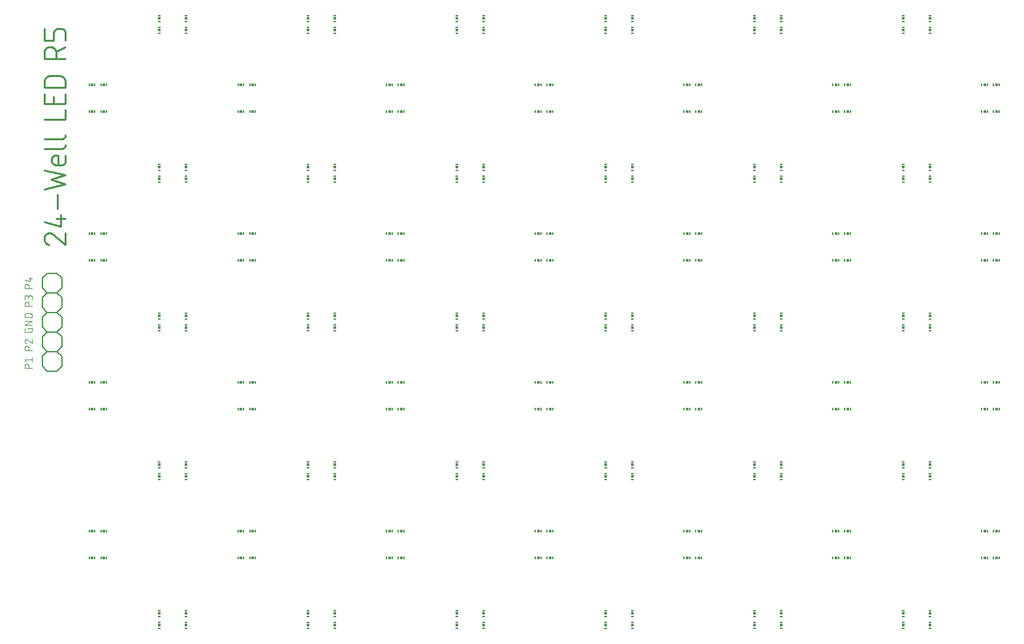
<source format=gto>
G75*
%MOIN*%
%OFA0B0*%
%FSLAX25Y25*%
%IPPOS*%
%LPD*%
%AMOC8*
5,1,8,0,0,1.08239X$1,22.5*
%
%ADD10C,0.00300*%
%ADD11C,0.00900*%
%ADD12R,0.00591X0.01181*%
%ADD13R,0.01181X0.01181*%
%ADD14R,0.01181X0.00591*%
%ADD15C,0.00600*%
D10*
X0005906Y0148093D02*
X0005906Y0149121D01*
X0005908Y0149184D01*
X0005914Y0149247D01*
X0005924Y0149310D01*
X0005937Y0149372D01*
X0005954Y0149433D01*
X0005975Y0149492D01*
X0006000Y0149551D01*
X0006028Y0149607D01*
X0006060Y0149662D01*
X0006095Y0149715D01*
X0006133Y0149765D01*
X0006174Y0149814D01*
X0006218Y0149859D01*
X0006265Y0149902D01*
X0006314Y0149941D01*
X0006366Y0149978D01*
X0006420Y0150011D01*
X0006476Y0150041D01*
X0006533Y0150068D01*
X0006592Y0150091D01*
X0006653Y0150110D01*
X0006714Y0150125D01*
X0006776Y0150137D01*
X0006839Y0150145D01*
X0006902Y0150149D01*
X0006966Y0150149D01*
X0007029Y0150145D01*
X0007092Y0150137D01*
X0007154Y0150125D01*
X0007215Y0150110D01*
X0007276Y0150091D01*
X0007335Y0150068D01*
X0007392Y0150041D01*
X0007448Y0150011D01*
X0007502Y0149978D01*
X0007554Y0149941D01*
X0007603Y0149902D01*
X0007650Y0149859D01*
X0007694Y0149814D01*
X0007735Y0149765D01*
X0007773Y0149715D01*
X0007808Y0149662D01*
X0007840Y0149607D01*
X0007868Y0149551D01*
X0007893Y0149492D01*
X0007914Y0149433D01*
X0007931Y0149372D01*
X0007944Y0149310D01*
X0007954Y0149247D01*
X0007960Y0149184D01*
X0007962Y0149121D01*
X0007961Y0149121D02*
X0007961Y0148093D01*
X0009606Y0148093D02*
X0005906Y0148093D01*
X0006728Y0151521D02*
X0005906Y0152549D01*
X0009606Y0152549D01*
X0009606Y0151521D02*
X0009606Y0153577D01*
X0009606Y0157213D02*
X0005906Y0157213D01*
X0005906Y0158241D01*
X0005908Y0158304D01*
X0005914Y0158367D01*
X0005924Y0158430D01*
X0005937Y0158492D01*
X0005954Y0158553D01*
X0005975Y0158612D01*
X0006000Y0158671D01*
X0006028Y0158727D01*
X0006060Y0158782D01*
X0006095Y0158835D01*
X0006133Y0158885D01*
X0006174Y0158934D01*
X0006218Y0158979D01*
X0006265Y0159022D01*
X0006314Y0159061D01*
X0006366Y0159098D01*
X0006420Y0159131D01*
X0006476Y0159161D01*
X0006533Y0159188D01*
X0006592Y0159211D01*
X0006653Y0159230D01*
X0006714Y0159245D01*
X0006776Y0159257D01*
X0006839Y0159265D01*
X0006902Y0159269D01*
X0006966Y0159269D01*
X0007029Y0159265D01*
X0007092Y0159257D01*
X0007154Y0159245D01*
X0007215Y0159230D01*
X0007276Y0159211D01*
X0007335Y0159188D01*
X0007392Y0159161D01*
X0007448Y0159131D01*
X0007502Y0159098D01*
X0007554Y0159061D01*
X0007603Y0159022D01*
X0007650Y0158979D01*
X0007694Y0158934D01*
X0007735Y0158885D01*
X0007773Y0158835D01*
X0007808Y0158782D01*
X0007840Y0158727D01*
X0007868Y0158671D01*
X0007893Y0158612D01*
X0007914Y0158553D01*
X0007931Y0158492D01*
X0007944Y0158430D01*
X0007954Y0158367D01*
X0007960Y0158304D01*
X0007962Y0158241D01*
X0007961Y0158241D02*
X0007961Y0157213D01*
X0009606Y0160641D02*
X0009606Y0162697D01*
X0009606Y0160641D02*
X0007550Y0162389D01*
X0005906Y0161772D02*
X0005908Y0161704D01*
X0005914Y0161636D01*
X0005923Y0161569D01*
X0005937Y0161503D01*
X0005954Y0161437D01*
X0005975Y0161372D01*
X0006000Y0161309D01*
X0006028Y0161247D01*
X0006060Y0161187D01*
X0006095Y0161129D01*
X0006133Y0161073D01*
X0006175Y0161019D01*
X0006219Y0160968D01*
X0006267Y0160920D01*
X0006317Y0160874D01*
X0006369Y0160831D01*
X0006424Y0160791D01*
X0006481Y0160754D01*
X0006540Y0160721D01*
X0006601Y0160691D01*
X0006664Y0160665D01*
X0006728Y0160642D01*
X0007551Y0162389D02*
X0007507Y0162432D01*
X0007460Y0162473D01*
X0007411Y0162510D01*
X0007360Y0162545D01*
X0007306Y0162576D01*
X0007251Y0162604D01*
X0007194Y0162628D01*
X0007136Y0162649D01*
X0007076Y0162666D01*
X0007016Y0162680D01*
X0006955Y0162689D01*
X0006893Y0162695D01*
X0006831Y0162697D01*
X0006773Y0162695D01*
X0006715Y0162690D01*
X0006658Y0162681D01*
X0006601Y0162668D01*
X0006545Y0162652D01*
X0006490Y0162632D01*
X0006437Y0162609D01*
X0006385Y0162583D01*
X0006335Y0162553D01*
X0006287Y0162520D01*
X0006241Y0162485D01*
X0006198Y0162446D01*
X0006157Y0162405D01*
X0006118Y0162362D01*
X0006083Y0162316D01*
X0006050Y0162268D01*
X0006020Y0162218D01*
X0005994Y0162166D01*
X0005971Y0162113D01*
X0005951Y0162058D01*
X0005935Y0162002D01*
X0005922Y0161945D01*
X0005913Y0161888D01*
X0005908Y0161830D01*
X0005906Y0161772D01*
X0006728Y0166281D02*
X0008784Y0166281D01*
X0008784Y0166282D02*
X0008840Y0166284D01*
X0008896Y0166290D01*
X0008951Y0166299D01*
X0009006Y0166312D01*
X0009059Y0166329D01*
X0009111Y0166350D01*
X0009162Y0166374D01*
X0009211Y0166402D01*
X0009258Y0166432D01*
X0009303Y0166466D01*
X0009345Y0166503D01*
X0009385Y0166543D01*
X0009422Y0166585D01*
X0009456Y0166630D01*
X0009486Y0166677D01*
X0009514Y0166726D01*
X0009538Y0166777D01*
X0009559Y0166829D01*
X0009576Y0166882D01*
X0009589Y0166937D01*
X0009598Y0166992D01*
X0009604Y0167048D01*
X0009606Y0167104D01*
X0009606Y0168337D01*
X0007550Y0168337D01*
X0007550Y0167720D01*
X0006728Y0166282D02*
X0006672Y0166284D01*
X0006616Y0166290D01*
X0006561Y0166299D01*
X0006506Y0166312D01*
X0006453Y0166329D01*
X0006401Y0166350D01*
X0006350Y0166374D01*
X0006301Y0166402D01*
X0006254Y0166432D01*
X0006209Y0166466D01*
X0006167Y0166503D01*
X0006127Y0166543D01*
X0006090Y0166585D01*
X0006056Y0166630D01*
X0006026Y0166677D01*
X0005998Y0166726D01*
X0005974Y0166776D01*
X0005953Y0166829D01*
X0005936Y0166882D01*
X0005923Y0166937D01*
X0005914Y0166992D01*
X0005908Y0167048D01*
X0005906Y0167104D01*
X0005906Y0168337D01*
X0005906Y0170121D02*
X0009606Y0172177D01*
X0005906Y0172177D01*
X0005906Y0173961D02*
X0005906Y0174989D01*
X0005908Y0175051D01*
X0005913Y0175113D01*
X0005923Y0175174D01*
X0005936Y0175235D01*
X0005953Y0175295D01*
X0005973Y0175354D01*
X0005997Y0175411D01*
X0006024Y0175467D01*
X0006054Y0175521D01*
X0006088Y0175573D01*
X0006125Y0175623D01*
X0006165Y0175671D01*
X0006207Y0175716D01*
X0006252Y0175758D01*
X0006300Y0175798D01*
X0006350Y0175835D01*
X0006402Y0175869D01*
X0006456Y0175899D01*
X0006512Y0175926D01*
X0006569Y0175950D01*
X0006628Y0175970D01*
X0006688Y0175987D01*
X0006749Y0176000D01*
X0006810Y0176010D01*
X0006872Y0176015D01*
X0006934Y0176017D01*
X0008578Y0176017D01*
X0008640Y0176015D01*
X0008702Y0176010D01*
X0008763Y0176000D01*
X0008824Y0175987D01*
X0008884Y0175970D01*
X0008943Y0175950D01*
X0009000Y0175926D01*
X0009056Y0175899D01*
X0009110Y0175869D01*
X0009162Y0175835D01*
X0009212Y0175798D01*
X0009260Y0175758D01*
X0009305Y0175716D01*
X0009347Y0175671D01*
X0009387Y0175623D01*
X0009424Y0175573D01*
X0009458Y0175521D01*
X0009488Y0175467D01*
X0009515Y0175411D01*
X0009539Y0175354D01*
X0009559Y0175295D01*
X0009576Y0175235D01*
X0009589Y0175174D01*
X0009599Y0175113D01*
X0009604Y0175051D01*
X0009606Y0174989D01*
X0009606Y0173961D01*
X0005906Y0173961D01*
X0005906Y0170121D02*
X0009606Y0170121D01*
X0009606Y0179773D02*
X0005906Y0179773D01*
X0005906Y0180801D01*
X0005908Y0180864D01*
X0005914Y0180927D01*
X0005924Y0180990D01*
X0005937Y0181052D01*
X0005954Y0181113D01*
X0005975Y0181172D01*
X0006000Y0181231D01*
X0006028Y0181287D01*
X0006060Y0181342D01*
X0006095Y0181395D01*
X0006133Y0181445D01*
X0006174Y0181494D01*
X0006218Y0181539D01*
X0006265Y0181582D01*
X0006314Y0181621D01*
X0006366Y0181658D01*
X0006420Y0181691D01*
X0006476Y0181721D01*
X0006533Y0181748D01*
X0006592Y0181771D01*
X0006653Y0181790D01*
X0006714Y0181805D01*
X0006776Y0181817D01*
X0006839Y0181825D01*
X0006902Y0181829D01*
X0006966Y0181829D01*
X0007029Y0181825D01*
X0007092Y0181817D01*
X0007154Y0181805D01*
X0007215Y0181790D01*
X0007276Y0181771D01*
X0007335Y0181748D01*
X0007392Y0181721D01*
X0007448Y0181691D01*
X0007502Y0181658D01*
X0007554Y0181621D01*
X0007603Y0181582D01*
X0007650Y0181539D01*
X0007694Y0181494D01*
X0007735Y0181445D01*
X0007773Y0181395D01*
X0007808Y0181342D01*
X0007840Y0181287D01*
X0007868Y0181231D01*
X0007893Y0181172D01*
X0007914Y0181113D01*
X0007931Y0181052D01*
X0007944Y0180990D01*
X0007954Y0180927D01*
X0007960Y0180864D01*
X0007962Y0180801D01*
X0007961Y0180801D02*
X0007961Y0179773D01*
X0009606Y0183201D02*
X0009606Y0184229D01*
X0009604Y0184292D01*
X0009598Y0184355D01*
X0009588Y0184418D01*
X0009575Y0184480D01*
X0009558Y0184541D01*
X0009537Y0184600D01*
X0009512Y0184659D01*
X0009484Y0184715D01*
X0009452Y0184770D01*
X0009417Y0184823D01*
X0009379Y0184873D01*
X0009338Y0184922D01*
X0009294Y0184967D01*
X0009247Y0185010D01*
X0009198Y0185049D01*
X0009146Y0185086D01*
X0009092Y0185119D01*
X0009036Y0185149D01*
X0008979Y0185176D01*
X0008920Y0185199D01*
X0008859Y0185218D01*
X0008798Y0185233D01*
X0008736Y0185245D01*
X0008673Y0185253D01*
X0008610Y0185257D01*
X0008546Y0185257D01*
X0008483Y0185253D01*
X0008420Y0185245D01*
X0008358Y0185233D01*
X0008297Y0185218D01*
X0008236Y0185199D01*
X0008177Y0185176D01*
X0008120Y0185149D01*
X0008064Y0185119D01*
X0008010Y0185086D01*
X0007958Y0185049D01*
X0007909Y0185010D01*
X0007862Y0184967D01*
X0007818Y0184922D01*
X0007777Y0184873D01*
X0007739Y0184823D01*
X0007704Y0184770D01*
X0007672Y0184715D01*
X0007644Y0184659D01*
X0007619Y0184600D01*
X0007598Y0184541D01*
X0007581Y0184480D01*
X0007568Y0184418D01*
X0007558Y0184355D01*
X0007552Y0184292D01*
X0007550Y0184229D01*
X0007550Y0184435D02*
X0007550Y0183612D01*
X0007550Y0184435D02*
X0007548Y0184491D01*
X0007542Y0184547D01*
X0007533Y0184602D01*
X0007520Y0184657D01*
X0007503Y0184710D01*
X0007482Y0184762D01*
X0007458Y0184813D01*
X0007430Y0184862D01*
X0007400Y0184909D01*
X0007366Y0184954D01*
X0007329Y0184996D01*
X0007289Y0185036D01*
X0007247Y0185073D01*
X0007202Y0185107D01*
X0007155Y0185137D01*
X0007106Y0185165D01*
X0007055Y0185189D01*
X0007003Y0185210D01*
X0006950Y0185227D01*
X0006895Y0185240D01*
X0006840Y0185249D01*
X0006784Y0185255D01*
X0006728Y0185257D01*
X0006672Y0185255D01*
X0006616Y0185249D01*
X0006561Y0185240D01*
X0006506Y0185227D01*
X0006453Y0185210D01*
X0006401Y0185189D01*
X0006350Y0185165D01*
X0006301Y0185137D01*
X0006254Y0185107D01*
X0006209Y0185073D01*
X0006167Y0185036D01*
X0006127Y0184996D01*
X0006090Y0184954D01*
X0006056Y0184909D01*
X0006026Y0184862D01*
X0005998Y0184813D01*
X0005974Y0184762D01*
X0005953Y0184710D01*
X0005936Y0184657D01*
X0005923Y0184602D01*
X0005914Y0184547D01*
X0005908Y0184491D01*
X0005906Y0184435D01*
X0005906Y0183201D01*
X0005906Y0188893D02*
X0005906Y0189921D01*
X0005908Y0189984D01*
X0005914Y0190047D01*
X0005924Y0190110D01*
X0005937Y0190172D01*
X0005954Y0190233D01*
X0005975Y0190292D01*
X0006000Y0190351D01*
X0006028Y0190407D01*
X0006060Y0190462D01*
X0006095Y0190515D01*
X0006133Y0190565D01*
X0006174Y0190614D01*
X0006218Y0190659D01*
X0006265Y0190702D01*
X0006314Y0190741D01*
X0006366Y0190778D01*
X0006420Y0190811D01*
X0006476Y0190841D01*
X0006533Y0190868D01*
X0006592Y0190891D01*
X0006653Y0190910D01*
X0006714Y0190925D01*
X0006776Y0190937D01*
X0006839Y0190945D01*
X0006902Y0190949D01*
X0006966Y0190949D01*
X0007029Y0190945D01*
X0007092Y0190937D01*
X0007154Y0190925D01*
X0007215Y0190910D01*
X0007276Y0190891D01*
X0007335Y0190868D01*
X0007392Y0190841D01*
X0007448Y0190811D01*
X0007502Y0190778D01*
X0007554Y0190741D01*
X0007603Y0190702D01*
X0007650Y0190659D01*
X0007694Y0190614D01*
X0007735Y0190565D01*
X0007773Y0190515D01*
X0007808Y0190462D01*
X0007840Y0190407D01*
X0007868Y0190351D01*
X0007893Y0190292D01*
X0007914Y0190233D01*
X0007931Y0190172D01*
X0007944Y0190110D01*
X0007954Y0190047D01*
X0007960Y0189984D01*
X0007962Y0189921D01*
X0007961Y0189921D02*
X0007961Y0188893D01*
X0009606Y0188893D02*
X0005906Y0188893D01*
X0005906Y0193143D02*
X0008784Y0192321D01*
X0008784Y0194377D01*
X0009606Y0193760D02*
X0007961Y0193760D01*
D11*
X0026738Y0210967D02*
X0026738Y0217028D01*
X0024314Y0220268D02*
X0024314Y0226329D01*
X0021889Y0224511D02*
X0026738Y0224511D01*
X0024314Y0220268D02*
X0015827Y0222692D01*
X0020677Y0216119D02*
X0026738Y0210967D01*
X0018252Y0210966D02*
X0018143Y0211004D01*
X0018034Y0211045D01*
X0017927Y0211090D01*
X0017822Y0211138D01*
X0017718Y0211190D01*
X0017616Y0211245D01*
X0017516Y0211303D01*
X0017418Y0211365D01*
X0017322Y0211430D01*
X0017228Y0211498D01*
X0017136Y0211569D01*
X0017047Y0211643D01*
X0016960Y0211721D01*
X0016876Y0211800D01*
X0016795Y0211883D01*
X0016716Y0211968D01*
X0016641Y0212056D01*
X0016568Y0212146D01*
X0016498Y0212239D01*
X0016432Y0212334D01*
X0016368Y0212431D01*
X0016308Y0212530D01*
X0016251Y0212631D01*
X0016197Y0212734D01*
X0016147Y0212839D01*
X0016101Y0212945D01*
X0016058Y0213052D01*
X0016018Y0213161D01*
X0015982Y0213272D01*
X0015950Y0213383D01*
X0015922Y0213495D01*
X0015897Y0213609D01*
X0015876Y0213723D01*
X0015859Y0213837D01*
X0015845Y0213953D01*
X0015836Y0214068D01*
X0015830Y0214184D01*
X0015828Y0214300D01*
X0015827Y0214300D02*
X0015829Y0214402D01*
X0015835Y0214504D01*
X0015844Y0214605D01*
X0015857Y0214707D01*
X0015875Y0214807D01*
X0015895Y0214907D01*
X0015920Y0215006D01*
X0015948Y0215104D01*
X0015980Y0215201D01*
X0016016Y0215297D01*
X0016055Y0215391D01*
X0016097Y0215484D01*
X0016143Y0215575D01*
X0016192Y0215664D01*
X0016245Y0215751D01*
X0016301Y0215837D01*
X0016360Y0215920D01*
X0016422Y0216001D01*
X0016487Y0216079D01*
X0016555Y0216156D01*
X0016626Y0216229D01*
X0016699Y0216300D01*
X0016776Y0216368D01*
X0016854Y0216433D01*
X0016935Y0216495D01*
X0017018Y0216554D01*
X0017104Y0216610D01*
X0017191Y0216663D01*
X0017280Y0216712D01*
X0017371Y0216758D01*
X0017464Y0216800D01*
X0017558Y0216839D01*
X0017654Y0216875D01*
X0017751Y0216907D01*
X0017849Y0216935D01*
X0017948Y0216960D01*
X0018048Y0216980D01*
X0018148Y0216998D01*
X0018250Y0217011D01*
X0018351Y0217020D01*
X0018453Y0217026D01*
X0018555Y0217028D01*
X0018658Y0217026D01*
X0018761Y0217021D01*
X0018864Y0217012D01*
X0018966Y0216999D01*
X0019068Y0216983D01*
X0019169Y0216963D01*
X0019270Y0216939D01*
X0019369Y0216913D01*
X0019468Y0216882D01*
X0019565Y0216848D01*
X0019662Y0216811D01*
X0019756Y0216770D01*
X0019850Y0216726D01*
X0019941Y0216679D01*
X0020031Y0216629D01*
X0020120Y0216575D01*
X0020206Y0216519D01*
X0020290Y0216459D01*
X0020372Y0216397D01*
X0020452Y0216331D01*
X0020529Y0216263D01*
X0020604Y0216192D01*
X0020677Y0216119D01*
X0022495Y0229583D02*
X0022495Y0236857D01*
X0026738Y0241956D02*
X0019464Y0244381D01*
X0026738Y0246806D01*
X0015827Y0249231D01*
X0021889Y0251878D02*
X0024920Y0251878D01*
X0024920Y0251877D02*
X0025004Y0251879D01*
X0025088Y0251885D01*
X0025171Y0251894D01*
X0025254Y0251908D01*
X0025336Y0251925D01*
X0025418Y0251946D01*
X0025498Y0251971D01*
X0025577Y0252000D01*
X0025655Y0252032D01*
X0025731Y0252068D01*
X0025805Y0252107D01*
X0025878Y0252149D01*
X0025948Y0252195D01*
X0026016Y0252244D01*
X0026082Y0252297D01*
X0026145Y0252352D01*
X0026206Y0252410D01*
X0026264Y0252471D01*
X0026319Y0252534D01*
X0026372Y0252600D01*
X0026421Y0252668D01*
X0026467Y0252738D01*
X0026509Y0252811D01*
X0026548Y0252885D01*
X0026584Y0252961D01*
X0026616Y0253039D01*
X0026645Y0253118D01*
X0026670Y0253198D01*
X0026691Y0253280D01*
X0026708Y0253362D01*
X0026722Y0253445D01*
X0026731Y0253528D01*
X0026737Y0253612D01*
X0026739Y0253696D01*
X0026738Y0253696D02*
X0026738Y0256727D01*
X0023101Y0256727D02*
X0023101Y0251878D01*
X0021889Y0251877D02*
X0021791Y0251879D01*
X0021694Y0251885D01*
X0021597Y0251895D01*
X0021500Y0251908D01*
X0021404Y0251926D01*
X0021309Y0251947D01*
X0021214Y0251973D01*
X0021121Y0252002D01*
X0021029Y0252035D01*
X0020938Y0252071D01*
X0020849Y0252111D01*
X0020762Y0252155D01*
X0020676Y0252202D01*
X0020593Y0252252D01*
X0020511Y0252306D01*
X0020432Y0252363D01*
X0020355Y0252424D01*
X0020281Y0252487D01*
X0020209Y0252553D01*
X0020140Y0252622D01*
X0020074Y0252694D01*
X0020011Y0252768D01*
X0019950Y0252845D01*
X0019893Y0252924D01*
X0019839Y0253006D01*
X0019789Y0253090D01*
X0019742Y0253175D01*
X0019698Y0253262D01*
X0019658Y0253351D01*
X0019622Y0253442D01*
X0019589Y0253534D01*
X0019560Y0253627D01*
X0019534Y0253722D01*
X0019513Y0253817D01*
X0019495Y0253913D01*
X0019482Y0254010D01*
X0019472Y0254107D01*
X0019466Y0254204D01*
X0019464Y0254302D01*
X0019466Y0254400D01*
X0019472Y0254497D01*
X0019482Y0254594D01*
X0019495Y0254691D01*
X0019513Y0254787D01*
X0019534Y0254882D01*
X0019560Y0254977D01*
X0019589Y0255070D01*
X0019622Y0255162D01*
X0019658Y0255253D01*
X0019698Y0255342D01*
X0019742Y0255429D01*
X0019789Y0255515D01*
X0019839Y0255598D01*
X0019893Y0255680D01*
X0019950Y0255759D01*
X0020011Y0255836D01*
X0020074Y0255910D01*
X0020140Y0255982D01*
X0020209Y0256051D01*
X0020281Y0256117D01*
X0020355Y0256180D01*
X0020432Y0256241D01*
X0020511Y0256298D01*
X0020593Y0256352D01*
X0020677Y0256402D01*
X0020762Y0256449D01*
X0020849Y0256493D01*
X0020938Y0256533D01*
X0021029Y0256569D01*
X0021121Y0256602D01*
X0021214Y0256631D01*
X0021309Y0256657D01*
X0021404Y0256678D01*
X0021500Y0256696D01*
X0021597Y0256709D01*
X0021694Y0256719D01*
X0021791Y0256725D01*
X0021889Y0256727D01*
X0023101Y0256727D01*
X0024920Y0260221D02*
X0015827Y0260221D01*
X0015827Y0265181D02*
X0024920Y0265181D01*
X0025004Y0265183D01*
X0025088Y0265189D01*
X0025171Y0265198D01*
X0025254Y0265212D01*
X0025336Y0265229D01*
X0025418Y0265250D01*
X0025498Y0265275D01*
X0025577Y0265304D01*
X0025655Y0265336D01*
X0025731Y0265372D01*
X0025805Y0265411D01*
X0025878Y0265453D01*
X0025948Y0265499D01*
X0026016Y0265548D01*
X0026082Y0265601D01*
X0026145Y0265656D01*
X0026206Y0265714D01*
X0026264Y0265775D01*
X0026319Y0265838D01*
X0026372Y0265904D01*
X0026421Y0265972D01*
X0026467Y0266042D01*
X0026509Y0266115D01*
X0026548Y0266189D01*
X0026584Y0266265D01*
X0026616Y0266343D01*
X0026645Y0266422D01*
X0026670Y0266502D01*
X0026691Y0266584D01*
X0026708Y0266666D01*
X0026722Y0266749D01*
X0026731Y0266832D01*
X0026737Y0266916D01*
X0026739Y0267000D01*
X0026739Y0262039D02*
X0026737Y0261955D01*
X0026731Y0261871D01*
X0026722Y0261788D01*
X0026708Y0261705D01*
X0026691Y0261623D01*
X0026670Y0261541D01*
X0026645Y0261461D01*
X0026616Y0261382D01*
X0026584Y0261304D01*
X0026548Y0261228D01*
X0026509Y0261154D01*
X0026467Y0261081D01*
X0026421Y0261011D01*
X0026372Y0260943D01*
X0026319Y0260877D01*
X0026264Y0260814D01*
X0026206Y0260753D01*
X0026145Y0260695D01*
X0026082Y0260640D01*
X0026016Y0260587D01*
X0025948Y0260538D01*
X0025878Y0260492D01*
X0025805Y0260450D01*
X0025731Y0260411D01*
X0025655Y0260375D01*
X0025577Y0260343D01*
X0025498Y0260314D01*
X0025418Y0260289D01*
X0025336Y0260268D01*
X0025254Y0260251D01*
X0025171Y0260237D01*
X0025088Y0260228D01*
X0025004Y0260222D01*
X0024920Y0260220D01*
X0026738Y0275149D02*
X0015827Y0275149D01*
X0015827Y0283210D02*
X0015827Y0288059D01*
X0015827Y0291266D02*
X0015827Y0294297D01*
X0015827Y0291266D02*
X0026738Y0291266D01*
X0026738Y0294297D01*
X0026736Y0294405D01*
X0026730Y0294513D01*
X0026721Y0294621D01*
X0026707Y0294728D01*
X0026690Y0294835D01*
X0026669Y0294941D01*
X0026644Y0295047D01*
X0026615Y0295151D01*
X0026583Y0295254D01*
X0026547Y0295356D01*
X0026507Y0295457D01*
X0026464Y0295556D01*
X0026417Y0295654D01*
X0026367Y0295750D01*
X0026314Y0295844D01*
X0026257Y0295936D01*
X0026197Y0296026D01*
X0026133Y0296113D01*
X0026067Y0296199D01*
X0025998Y0296282D01*
X0025925Y0296362D01*
X0025850Y0296440D01*
X0025772Y0296515D01*
X0025692Y0296588D01*
X0025609Y0296657D01*
X0025523Y0296723D01*
X0025436Y0296787D01*
X0025346Y0296847D01*
X0025254Y0296904D01*
X0025160Y0296957D01*
X0025064Y0297007D01*
X0024966Y0297054D01*
X0024867Y0297097D01*
X0024766Y0297137D01*
X0024664Y0297173D01*
X0024561Y0297205D01*
X0024457Y0297234D01*
X0024351Y0297259D01*
X0024245Y0297280D01*
X0024138Y0297297D01*
X0024031Y0297311D01*
X0023923Y0297320D01*
X0023815Y0297326D01*
X0023707Y0297328D01*
X0018858Y0297328D01*
X0018750Y0297326D01*
X0018642Y0297320D01*
X0018534Y0297311D01*
X0018427Y0297297D01*
X0018320Y0297280D01*
X0018214Y0297259D01*
X0018108Y0297234D01*
X0018004Y0297205D01*
X0017901Y0297173D01*
X0017799Y0297137D01*
X0017698Y0297097D01*
X0017599Y0297054D01*
X0017501Y0297007D01*
X0017405Y0296957D01*
X0017311Y0296904D01*
X0017219Y0296847D01*
X0017129Y0296787D01*
X0017042Y0296723D01*
X0016956Y0296657D01*
X0016873Y0296588D01*
X0016793Y0296515D01*
X0016715Y0296440D01*
X0016640Y0296362D01*
X0016567Y0296282D01*
X0016498Y0296199D01*
X0016432Y0296113D01*
X0016368Y0296026D01*
X0016308Y0295936D01*
X0016251Y0295844D01*
X0016198Y0295750D01*
X0016148Y0295654D01*
X0016101Y0295556D01*
X0016058Y0295457D01*
X0016018Y0295356D01*
X0015982Y0295254D01*
X0015950Y0295151D01*
X0015921Y0295047D01*
X0015896Y0294941D01*
X0015875Y0294835D01*
X0015858Y0294728D01*
X0015844Y0294621D01*
X0015835Y0294513D01*
X0015829Y0294405D01*
X0015827Y0294297D01*
X0020677Y0286847D02*
X0020677Y0283210D01*
X0015827Y0283210D02*
X0026738Y0283210D01*
X0026738Y0288059D01*
X0026738Y0279998D02*
X0026738Y0275149D01*
X0026738Y0306158D02*
X0015827Y0306158D01*
X0015827Y0309189D01*
X0015829Y0309298D01*
X0015835Y0309408D01*
X0015845Y0309517D01*
X0015859Y0309625D01*
X0015876Y0309733D01*
X0015898Y0309841D01*
X0015923Y0309947D01*
X0015953Y0310052D01*
X0015986Y0310157D01*
X0016022Y0310260D01*
X0016063Y0310362D01*
X0016107Y0310462D01*
X0016155Y0310560D01*
X0016206Y0310657D01*
X0016261Y0310752D01*
X0016319Y0310844D01*
X0016380Y0310935D01*
X0016445Y0311023D01*
X0016513Y0311109D01*
X0016584Y0311193D01*
X0016658Y0311273D01*
X0016734Y0311352D01*
X0016814Y0311427D01*
X0016896Y0311499D01*
X0016980Y0311568D01*
X0017068Y0311635D01*
X0017157Y0311698D01*
X0017249Y0311757D01*
X0017342Y0311814D01*
X0017438Y0311867D01*
X0017536Y0311916D01*
X0017635Y0311962D01*
X0017736Y0312005D01*
X0017838Y0312043D01*
X0017942Y0312078D01*
X0018047Y0312110D01*
X0018153Y0312137D01*
X0018260Y0312160D01*
X0018368Y0312180D01*
X0018476Y0312196D01*
X0018585Y0312208D01*
X0018694Y0312216D01*
X0018803Y0312220D01*
X0018913Y0312220D01*
X0019022Y0312216D01*
X0019131Y0312208D01*
X0019240Y0312196D01*
X0019348Y0312180D01*
X0019456Y0312160D01*
X0019563Y0312137D01*
X0019669Y0312110D01*
X0019774Y0312078D01*
X0019878Y0312043D01*
X0019980Y0312005D01*
X0020081Y0311962D01*
X0020180Y0311916D01*
X0020278Y0311867D01*
X0020374Y0311814D01*
X0020467Y0311757D01*
X0020559Y0311698D01*
X0020648Y0311635D01*
X0020736Y0311568D01*
X0020820Y0311499D01*
X0020902Y0311427D01*
X0020982Y0311352D01*
X0021058Y0311273D01*
X0021132Y0311193D01*
X0021203Y0311109D01*
X0021271Y0311023D01*
X0021336Y0310935D01*
X0021397Y0310844D01*
X0021455Y0310752D01*
X0021510Y0310657D01*
X0021561Y0310560D01*
X0021609Y0310462D01*
X0021653Y0310362D01*
X0021694Y0310260D01*
X0021730Y0310157D01*
X0021763Y0310052D01*
X0021793Y0309947D01*
X0021818Y0309841D01*
X0021840Y0309733D01*
X0021857Y0309625D01*
X0021871Y0309517D01*
X0021881Y0309408D01*
X0021887Y0309298D01*
X0021889Y0309189D01*
X0021889Y0306158D01*
X0021889Y0309795D02*
X0026738Y0312220D01*
X0026738Y0315449D02*
X0026738Y0319086D01*
X0026739Y0319086D02*
X0026737Y0319184D01*
X0026731Y0319281D01*
X0026721Y0319378D01*
X0026708Y0319475D01*
X0026690Y0319571D01*
X0026669Y0319666D01*
X0026643Y0319761D01*
X0026614Y0319854D01*
X0026581Y0319946D01*
X0026545Y0320037D01*
X0026505Y0320126D01*
X0026461Y0320213D01*
X0026414Y0320299D01*
X0026364Y0320382D01*
X0026310Y0320464D01*
X0026253Y0320543D01*
X0026192Y0320620D01*
X0026129Y0320694D01*
X0026063Y0320766D01*
X0025994Y0320835D01*
X0025922Y0320901D01*
X0025848Y0320964D01*
X0025771Y0321025D01*
X0025692Y0321082D01*
X0025610Y0321136D01*
X0025527Y0321186D01*
X0025441Y0321233D01*
X0025354Y0321277D01*
X0025265Y0321317D01*
X0025174Y0321353D01*
X0025082Y0321386D01*
X0024989Y0321415D01*
X0024894Y0321441D01*
X0024799Y0321462D01*
X0024703Y0321480D01*
X0024606Y0321493D01*
X0024509Y0321503D01*
X0024412Y0321509D01*
X0024314Y0321511D01*
X0023101Y0321511D01*
X0023003Y0321509D01*
X0022906Y0321503D01*
X0022809Y0321493D01*
X0022712Y0321480D01*
X0022616Y0321462D01*
X0022521Y0321441D01*
X0022426Y0321415D01*
X0022333Y0321386D01*
X0022241Y0321353D01*
X0022150Y0321317D01*
X0022061Y0321277D01*
X0021974Y0321233D01*
X0021889Y0321186D01*
X0021805Y0321136D01*
X0021723Y0321082D01*
X0021644Y0321025D01*
X0021567Y0320964D01*
X0021493Y0320901D01*
X0021421Y0320835D01*
X0021352Y0320766D01*
X0021286Y0320694D01*
X0021223Y0320620D01*
X0021162Y0320543D01*
X0021105Y0320464D01*
X0021051Y0320382D01*
X0021001Y0320299D01*
X0020954Y0320213D01*
X0020910Y0320126D01*
X0020870Y0320037D01*
X0020834Y0319946D01*
X0020801Y0319854D01*
X0020772Y0319761D01*
X0020746Y0319666D01*
X0020725Y0319571D01*
X0020707Y0319475D01*
X0020694Y0319378D01*
X0020684Y0319281D01*
X0020678Y0319184D01*
X0020676Y0319086D01*
X0020677Y0319086D02*
X0020677Y0315449D01*
X0015827Y0315449D01*
X0015827Y0321511D01*
X0026738Y0241956D02*
X0015827Y0239532D01*
D12*
X0038815Y0051046D03*
X0041768Y0051046D03*
X0044815Y0051046D03*
X0047768Y0051046D03*
X0047768Y0064865D03*
X0044815Y0064865D03*
X0041768Y0064865D03*
X0038815Y0064865D03*
X0114799Y0064865D03*
X0117752Y0064865D03*
X0120799Y0064865D03*
X0123752Y0064865D03*
X0123752Y0051046D03*
X0120799Y0051046D03*
X0117752Y0051046D03*
X0114799Y0051046D03*
X0190783Y0051046D03*
X0193736Y0051046D03*
X0196783Y0051046D03*
X0199736Y0051046D03*
X0199736Y0064865D03*
X0196783Y0064865D03*
X0193736Y0064865D03*
X0190783Y0064865D03*
X0266768Y0064865D03*
X0269720Y0064865D03*
X0272768Y0064865D03*
X0275720Y0064865D03*
X0275720Y0051046D03*
X0272768Y0051046D03*
X0269720Y0051046D03*
X0266768Y0051046D03*
X0342752Y0051046D03*
X0345705Y0051046D03*
X0348752Y0051046D03*
X0351705Y0051046D03*
X0351705Y0064865D03*
X0348752Y0064865D03*
X0345705Y0064865D03*
X0342752Y0064865D03*
X0418736Y0064865D03*
X0421689Y0064865D03*
X0424736Y0064865D03*
X0427689Y0064865D03*
X0427689Y0051046D03*
X0424736Y0051046D03*
X0421689Y0051046D03*
X0418736Y0051046D03*
X0494720Y0051046D03*
X0497673Y0051046D03*
X0500720Y0051046D03*
X0503673Y0051046D03*
X0503673Y0064865D03*
X0500720Y0064865D03*
X0497673Y0064865D03*
X0494720Y0064865D03*
X0494720Y0127031D03*
X0497673Y0127031D03*
X0500720Y0127031D03*
X0503673Y0127031D03*
X0503673Y0140850D03*
X0500720Y0140850D03*
X0497673Y0140850D03*
X0494720Y0140850D03*
X0427689Y0140850D03*
X0424736Y0140850D03*
X0421689Y0140850D03*
X0418736Y0140850D03*
X0418736Y0127031D03*
X0421689Y0127031D03*
X0424736Y0127031D03*
X0427689Y0127031D03*
X0351705Y0127031D03*
X0348752Y0127031D03*
X0345705Y0127031D03*
X0342752Y0127031D03*
X0342752Y0140850D03*
X0345705Y0140850D03*
X0348752Y0140850D03*
X0351705Y0140850D03*
X0275720Y0140850D03*
X0272768Y0140850D03*
X0269720Y0140850D03*
X0266768Y0140850D03*
X0266768Y0127031D03*
X0269720Y0127031D03*
X0272768Y0127031D03*
X0275720Y0127031D03*
X0199736Y0127031D03*
X0196783Y0127031D03*
X0193736Y0127031D03*
X0190783Y0127031D03*
X0190783Y0140850D03*
X0193736Y0140850D03*
X0196783Y0140850D03*
X0199736Y0140850D03*
X0123752Y0140850D03*
X0120799Y0140850D03*
X0117752Y0140850D03*
X0114799Y0140850D03*
X0114799Y0127031D03*
X0117752Y0127031D03*
X0120799Y0127031D03*
X0123752Y0127031D03*
X0047768Y0127031D03*
X0044815Y0127031D03*
X0041768Y0127031D03*
X0038815Y0127031D03*
X0038815Y0140850D03*
X0041768Y0140850D03*
X0044815Y0140850D03*
X0047768Y0140850D03*
X0047768Y0203015D03*
X0044815Y0203015D03*
X0041768Y0203015D03*
X0038815Y0203015D03*
X0038815Y0216834D03*
X0041768Y0216834D03*
X0044815Y0216834D03*
X0047768Y0216834D03*
X0114799Y0216834D03*
X0117752Y0216834D03*
X0120799Y0216834D03*
X0123752Y0216834D03*
X0123752Y0203015D03*
X0120799Y0203015D03*
X0117752Y0203015D03*
X0114799Y0203015D03*
X0190783Y0203015D03*
X0193736Y0203015D03*
X0196783Y0203015D03*
X0199736Y0203015D03*
X0199736Y0216834D03*
X0196783Y0216834D03*
X0193736Y0216834D03*
X0190783Y0216834D03*
X0266768Y0216834D03*
X0269720Y0216834D03*
X0272768Y0216834D03*
X0275720Y0216834D03*
X0275720Y0203015D03*
X0272768Y0203015D03*
X0269720Y0203015D03*
X0266768Y0203015D03*
X0342752Y0203015D03*
X0345705Y0203015D03*
X0348752Y0203015D03*
X0351705Y0203015D03*
X0351705Y0216834D03*
X0348752Y0216834D03*
X0345705Y0216834D03*
X0342752Y0216834D03*
X0418736Y0216834D03*
X0421689Y0216834D03*
X0424736Y0216834D03*
X0427689Y0216834D03*
X0427689Y0203015D03*
X0424736Y0203015D03*
X0421689Y0203015D03*
X0418736Y0203015D03*
X0494720Y0203015D03*
X0497673Y0203015D03*
X0500720Y0203015D03*
X0503673Y0203015D03*
X0503673Y0216834D03*
X0500720Y0216834D03*
X0497673Y0216834D03*
X0494720Y0216834D03*
X0494720Y0278999D03*
X0497673Y0278999D03*
X0500720Y0278999D03*
X0503673Y0278999D03*
X0503673Y0292818D03*
X0500720Y0292818D03*
X0497673Y0292818D03*
X0494720Y0292818D03*
X0427689Y0292818D03*
X0424736Y0292818D03*
X0421689Y0292818D03*
X0418736Y0292818D03*
X0418736Y0278999D03*
X0421689Y0278999D03*
X0424736Y0278999D03*
X0427689Y0278999D03*
X0351705Y0278999D03*
X0348752Y0278999D03*
X0345705Y0278999D03*
X0342752Y0278999D03*
X0342752Y0292818D03*
X0345705Y0292818D03*
X0348752Y0292818D03*
X0351705Y0292818D03*
X0275720Y0292818D03*
X0272768Y0292818D03*
X0269720Y0292818D03*
X0266768Y0292818D03*
X0266768Y0278999D03*
X0269720Y0278999D03*
X0272768Y0278999D03*
X0275720Y0278999D03*
X0199736Y0278999D03*
X0196783Y0278999D03*
X0193736Y0278999D03*
X0190783Y0278999D03*
X0190783Y0292818D03*
X0193736Y0292818D03*
X0196783Y0292818D03*
X0199736Y0292818D03*
X0123752Y0292818D03*
X0120799Y0292818D03*
X0117752Y0292818D03*
X0114799Y0292818D03*
X0114799Y0278999D03*
X0117752Y0278999D03*
X0120799Y0278999D03*
X0123752Y0278999D03*
X0047768Y0278999D03*
X0044815Y0278999D03*
X0041768Y0278999D03*
X0038815Y0278999D03*
X0038815Y0292818D03*
X0041768Y0292818D03*
X0044815Y0292818D03*
X0047768Y0292818D03*
D13*
X0046291Y0292818D03*
X0040291Y0292818D03*
X0040291Y0278999D03*
X0046291Y0278999D03*
X0074630Y0250653D03*
X0074630Y0244653D03*
X0088449Y0244653D03*
X0088449Y0250653D03*
X0116276Y0278999D03*
X0122276Y0278999D03*
X0122276Y0292818D03*
X0116276Y0292818D03*
X0088449Y0320637D03*
X0088449Y0326637D03*
X0074630Y0326637D03*
X0074630Y0320637D03*
X0150614Y0320637D03*
X0150614Y0326637D03*
X0164433Y0326637D03*
X0164433Y0320637D03*
X0192260Y0292818D03*
X0198260Y0292818D03*
X0198260Y0278999D03*
X0192260Y0278999D03*
X0164433Y0250653D03*
X0164433Y0244653D03*
X0150614Y0244653D03*
X0150614Y0250653D03*
X0122276Y0216834D03*
X0116276Y0216834D03*
X0116276Y0203015D03*
X0122276Y0203015D03*
X0150614Y0174669D03*
X0150614Y0168669D03*
X0164433Y0168669D03*
X0164433Y0174669D03*
X0192260Y0203015D03*
X0198260Y0203015D03*
X0198260Y0216834D03*
X0192260Y0216834D03*
X0226598Y0244653D03*
X0226598Y0250653D03*
X0240417Y0250653D03*
X0240417Y0244653D03*
X0268244Y0216834D03*
X0274244Y0216834D03*
X0274244Y0203015D03*
X0268244Y0203015D03*
X0240417Y0174669D03*
X0240417Y0168669D03*
X0226598Y0168669D03*
X0226598Y0174669D03*
X0198260Y0140850D03*
X0192260Y0140850D03*
X0192260Y0127031D03*
X0198260Y0127031D03*
X0226598Y0098684D03*
X0226598Y0092684D03*
X0240417Y0092684D03*
X0240417Y0098684D03*
X0268244Y0127031D03*
X0274244Y0127031D03*
X0274244Y0140850D03*
X0268244Y0140850D03*
X0302583Y0168669D03*
X0302583Y0174669D03*
X0316402Y0174669D03*
X0316402Y0168669D03*
X0344228Y0140850D03*
X0350228Y0140850D03*
X0350228Y0127031D03*
X0344228Y0127031D03*
X0316402Y0098684D03*
X0316402Y0092684D03*
X0302583Y0092684D03*
X0302583Y0098684D03*
X0274244Y0064865D03*
X0268244Y0064865D03*
X0268244Y0051046D03*
X0274244Y0051046D03*
X0302583Y0022700D03*
X0302583Y0016700D03*
X0316402Y0016700D03*
X0316402Y0022700D03*
X0344228Y0051046D03*
X0350228Y0051046D03*
X0350228Y0064865D03*
X0344228Y0064865D03*
X0378567Y0092684D03*
X0378567Y0098684D03*
X0392386Y0098684D03*
X0392386Y0092684D03*
X0420213Y0064865D03*
X0426213Y0064865D03*
X0426213Y0051046D03*
X0420213Y0051046D03*
X0392386Y0022700D03*
X0392386Y0016700D03*
X0378567Y0016700D03*
X0378567Y0022700D03*
X0454551Y0022700D03*
X0454551Y0016700D03*
X0468370Y0016700D03*
X0468370Y0022700D03*
X0496197Y0051046D03*
X0502197Y0051046D03*
X0502197Y0064865D03*
X0496197Y0064865D03*
X0468370Y0092684D03*
X0468370Y0098684D03*
X0454551Y0098684D03*
X0454551Y0092684D03*
X0426213Y0127031D03*
X0420213Y0127031D03*
X0420213Y0140850D03*
X0426213Y0140850D03*
X0454551Y0168669D03*
X0454551Y0174669D03*
X0468370Y0174669D03*
X0468370Y0168669D03*
X0496197Y0140850D03*
X0502197Y0140850D03*
X0502197Y0127031D03*
X0496197Y0127031D03*
X0392386Y0168669D03*
X0392386Y0174669D03*
X0378567Y0174669D03*
X0378567Y0168669D03*
X0350228Y0203015D03*
X0344228Y0203015D03*
X0344228Y0216834D03*
X0350228Y0216834D03*
X0378567Y0244653D03*
X0378567Y0250653D03*
X0392386Y0250653D03*
X0392386Y0244653D03*
X0420213Y0216834D03*
X0426213Y0216834D03*
X0426213Y0203015D03*
X0420213Y0203015D03*
X0454551Y0244653D03*
X0454551Y0250653D03*
X0468370Y0250653D03*
X0468370Y0244653D03*
X0496197Y0216834D03*
X0502197Y0216834D03*
X0502197Y0203015D03*
X0496197Y0203015D03*
X0496197Y0278999D03*
X0502197Y0278999D03*
X0502197Y0292818D03*
X0496197Y0292818D03*
X0468370Y0320637D03*
X0468370Y0326637D03*
X0454551Y0326637D03*
X0454551Y0320637D03*
X0426213Y0292818D03*
X0420213Y0292818D03*
X0420213Y0278999D03*
X0426213Y0278999D03*
X0392386Y0320637D03*
X0392386Y0326637D03*
X0378567Y0326637D03*
X0378567Y0320637D03*
X0350228Y0292818D03*
X0344228Y0292818D03*
X0344228Y0278999D03*
X0350228Y0278999D03*
X0316402Y0250653D03*
X0316402Y0244653D03*
X0302583Y0244653D03*
X0302583Y0250653D03*
X0274244Y0278999D03*
X0268244Y0278999D03*
X0268244Y0292818D03*
X0274244Y0292818D03*
X0302583Y0320637D03*
X0302583Y0326637D03*
X0316402Y0326637D03*
X0316402Y0320637D03*
X0240417Y0320637D03*
X0240417Y0326637D03*
X0226598Y0326637D03*
X0226598Y0320637D03*
X0046291Y0216834D03*
X0040291Y0216834D03*
X0040291Y0203015D03*
X0046291Y0203015D03*
X0074630Y0174669D03*
X0074630Y0168669D03*
X0088449Y0168669D03*
X0088449Y0174669D03*
X0116276Y0140850D03*
X0122276Y0140850D03*
X0122276Y0127031D03*
X0116276Y0127031D03*
X0088449Y0098684D03*
X0088449Y0092684D03*
X0074630Y0092684D03*
X0074630Y0098684D03*
X0046291Y0127031D03*
X0040291Y0127031D03*
X0040291Y0140850D03*
X0046291Y0140850D03*
X0150614Y0098684D03*
X0150614Y0092684D03*
X0164433Y0092684D03*
X0164433Y0098684D03*
X0192260Y0064865D03*
X0198260Y0064865D03*
X0198260Y0051046D03*
X0192260Y0051046D03*
X0164433Y0022700D03*
X0164433Y0016700D03*
X0150614Y0016700D03*
X0150614Y0022700D03*
X0122276Y0051046D03*
X0116276Y0051046D03*
X0116276Y0064865D03*
X0122276Y0064865D03*
X0088449Y0022700D03*
X0088449Y0016700D03*
X0074630Y0016700D03*
X0074630Y0022700D03*
X0046291Y0051046D03*
X0040291Y0051046D03*
X0040291Y0064865D03*
X0046291Y0064865D03*
X0226598Y0022700D03*
X0226598Y0016700D03*
X0240417Y0016700D03*
X0240417Y0022700D03*
D14*
X0240417Y0021224D03*
X0240417Y0024176D03*
X0240417Y0018176D03*
X0240417Y0015224D03*
X0226598Y0015224D03*
X0226598Y0018176D03*
X0226598Y0021224D03*
X0226598Y0024176D03*
X0164433Y0024176D03*
X0164433Y0021224D03*
X0164433Y0018176D03*
X0164433Y0015224D03*
X0150614Y0015224D03*
X0150614Y0018176D03*
X0150614Y0021224D03*
X0150614Y0024176D03*
X0088449Y0024176D03*
X0088449Y0021224D03*
X0088449Y0018176D03*
X0088449Y0015224D03*
X0074630Y0015224D03*
X0074630Y0018176D03*
X0074630Y0021224D03*
X0074630Y0024176D03*
X0074630Y0091208D03*
X0074630Y0094161D03*
X0074630Y0097208D03*
X0074630Y0100161D03*
X0088449Y0100161D03*
X0088449Y0097208D03*
X0088449Y0094161D03*
X0088449Y0091208D03*
X0150614Y0091208D03*
X0150614Y0094161D03*
X0150614Y0097208D03*
X0150614Y0100161D03*
X0164433Y0100161D03*
X0164433Y0097208D03*
X0164433Y0094161D03*
X0164433Y0091208D03*
X0226598Y0091208D03*
X0226598Y0094161D03*
X0226598Y0097208D03*
X0226598Y0100161D03*
X0240417Y0100161D03*
X0240417Y0097208D03*
X0240417Y0094161D03*
X0240417Y0091208D03*
X0302583Y0091208D03*
X0302583Y0094161D03*
X0302583Y0097208D03*
X0302583Y0100161D03*
X0316402Y0100161D03*
X0316402Y0097208D03*
X0316402Y0094161D03*
X0316402Y0091208D03*
X0378567Y0091208D03*
X0378567Y0094161D03*
X0378567Y0097208D03*
X0378567Y0100161D03*
X0392386Y0100161D03*
X0392386Y0097208D03*
X0392386Y0094161D03*
X0392386Y0091208D03*
X0454551Y0091208D03*
X0454551Y0094161D03*
X0454551Y0097208D03*
X0454551Y0100161D03*
X0468370Y0100161D03*
X0468370Y0097208D03*
X0468370Y0094161D03*
X0468370Y0091208D03*
X0468370Y0024176D03*
X0468370Y0021224D03*
X0468370Y0018176D03*
X0468370Y0015224D03*
X0454551Y0015224D03*
X0454551Y0018176D03*
X0454551Y0021224D03*
X0454551Y0024176D03*
X0392386Y0024176D03*
X0392386Y0021224D03*
X0392386Y0018176D03*
X0392386Y0015224D03*
X0378567Y0015224D03*
X0378567Y0018176D03*
X0378567Y0021224D03*
X0378567Y0024176D03*
X0316402Y0024176D03*
X0316402Y0021224D03*
X0316402Y0018176D03*
X0316402Y0015224D03*
X0302583Y0015224D03*
X0302583Y0018176D03*
X0302583Y0021224D03*
X0302583Y0024176D03*
X0302583Y0167192D03*
X0302583Y0170145D03*
X0302583Y0173192D03*
X0302583Y0176145D03*
X0316402Y0176145D03*
X0316402Y0173192D03*
X0316402Y0170145D03*
X0316402Y0167192D03*
X0378567Y0167192D03*
X0378567Y0170145D03*
X0378567Y0173192D03*
X0378567Y0176145D03*
X0392386Y0176145D03*
X0392386Y0173192D03*
X0392386Y0170145D03*
X0392386Y0167192D03*
X0454551Y0167192D03*
X0454551Y0170145D03*
X0454551Y0173192D03*
X0454551Y0176145D03*
X0468370Y0176145D03*
X0468370Y0173192D03*
X0468370Y0170145D03*
X0468370Y0167192D03*
X0468370Y0243176D03*
X0468370Y0246129D03*
X0468370Y0249176D03*
X0468370Y0252129D03*
X0454551Y0252129D03*
X0454551Y0249176D03*
X0454551Y0246129D03*
X0454551Y0243176D03*
X0392386Y0243176D03*
X0392386Y0246129D03*
X0392386Y0249176D03*
X0392386Y0252129D03*
X0378567Y0252129D03*
X0378567Y0249176D03*
X0378567Y0246129D03*
X0378567Y0243176D03*
X0316402Y0243176D03*
X0316402Y0246129D03*
X0316402Y0249176D03*
X0316402Y0252129D03*
X0302583Y0252129D03*
X0302583Y0249176D03*
X0302583Y0246129D03*
X0302583Y0243176D03*
X0240417Y0243176D03*
X0240417Y0246129D03*
X0240417Y0249176D03*
X0240417Y0252129D03*
X0226598Y0252129D03*
X0226598Y0249176D03*
X0226598Y0246129D03*
X0226598Y0243176D03*
X0164433Y0243176D03*
X0164433Y0246129D03*
X0164433Y0249176D03*
X0164433Y0252129D03*
X0150614Y0252129D03*
X0150614Y0249176D03*
X0150614Y0246129D03*
X0150614Y0243176D03*
X0088449Y0243176D03*
X0088449Y0246129D03*
X0088449Y0249176D03*
X0088449Y0252129D03*
X0074630Y0252129D03*
X0074630Y0249176D03*
X0074630Y0246129D03*
X0074630Y0243176D03*
X0074630Y0176145D03*
X0074630Y0173192D03*
X0074630Y0170145D03*
X0074630Y0167192D03*
X0088449Y0167192D03*
X0088449Y0170145D03*
X0088449Y0173192D03*
X0088449Y0176145D03*
X0150614Y0176145D03*
X0150614Y0173192D03*
X0150614Y0170145D03*
X0150614Y0167192D03*
X0164433Y0167192D03*
X0164433Y0170145D03*
X0164433Y0173192D03*
X0164433Y0176145D03*
X0226598Y0176145D03*
X0226598Y0173192D03*
X0226598Y0170145D03*
X0226598Y0167192D03*
X0240417Y0167192D03*
X0240417Y0170145D03*
X0240417Y0173192D03*
X0240417Y0176145D03*
X0240417Y0319161D03*
X0240417Y0322113D03*
X0240417Y0325161D03*
X0240417Y0328113D03*
X0226598Y0328113D03*
X0226598Y0325161D03*
X0226598Y0322113D03*
X0226598Y0319161D03*
X0164433Y0319161D03*
X0164433Y0322113D03*
X0164433Y0325161D03*
X0164433Y0328113D03*
X0150614Y0328113D03*
X0150614Y0325161D03*
X0150614Y0322113D03*
X0150614Y0319161D03*
X0088449Y0319161D03*
X0088449Y0322113D03*
X0088449Y0325161D03*
X0088449Y0328113D03*
X0074630Y0328113D03*
X0074630Y0325161D03*
X0074630Y0322113D03*
X0074630Y0319161D03*
X0302583Y0319161D03*
X0302583Y0322113D03*
X0302583Y0325161D03*
X0302583Y0328113D03*
X0316402Y0328113D03*
X0316402Y0325161D03*
X0316402Y0322113D03*
X0316402Y0319161D03*
X0378567Y0319161D03*
X0378567Y0322113D03*
X0378567Y0325161D03*
X0378567Y0328113D03*
X0392386Y0328113D03*
X0392386Y0325161D03*
X0392386Y0322113D03*
X0392386Y0319161D03*
X0454551Y0319161D03*
X0454551Y0322113D03*
X0454551Y0325161D03*
X0454551Y0328113D03*
X0468370Y0328113D03*
X0468370Y0325161D03*
X0468370Y0322113D03*
X0468370Y0319161D03*
D15*
X0024929Y0194035D02*
X0024929Y0189035D01*
X0022429Y0186535D01*
X0024929Y0184035D01*
X0024929Y0179035D01*
X0022429Y0176535D01*
X0024929Y0174035D01*
X0024929Y0169035D01*
X0022429Y0166535D01*
X0024929Y0164035D01*
X0024929Y0159035D01*
X0022429Y0156535D01*
X0024929Y0154035D01*
X0024929Y0149035D01*
X0022429Y0146535D01*
X0017429Y0146535D01*
X0014929Y0149035D01*
X0014929Y0154035D01*
X0017429Y0156535D01*
X0014929Y0159035D01*
X0014929Y0164035D01*
X0017429Y0166535D01*
X0022429Y0166535D01*
X0017429Y0166535D02*
X0014929Y0169035D01*
X0014929Y0174035D01*
X0017429Y0176535D01*
X0014929Y0179035D01*
X0014929Y0184035D01*
X0017429Y0186535D01*
X0014929Y0189035D01*
X0014929Y0194035D01*
X0017429Y0196535D01*
X0022429Y0196535D01*
X0024929Y0194035D01*
X0022429Y0186535D02*
X0017429Y0186535D01*
X0017429Y0176535D02*
X0022429Y0176535D01*
X0022429Y0156535D02*
X0017429Y0156535D01*
M02*

</source>
